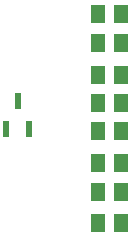
<source format=gtp>
G75*
G70*
%OFA0B0*%
%FSLAX24Y24*%
%IPPOS*%
%LPD*%
%AMOC8*
5,1,8,0,0,1.08239X$1,22.5*
%
%ADD10R,0.0220X0.0520*%
%ADD11R,0.0512X0.0591*%
D10*
X016936Y016271D03*
X017676Y016271D03*
X017306Y017211D03*
D11*
X020003Y013119D03*
X020751Y013119D03*
X020751Y014181D03*
X020003Y014181D03*
X020003Y015126D03*
X020751Y015126D03*
X020751Y016189D03*
X020003Y016189D03*
X020003Y017134D03*
X020751Y017134D03*
X020751Y018079D03*
X020003Y018079D03*
X020003Y019142D03*
X020751Y019142D03*
X020751Y020087D03*
X020003Y020087D03*
M02*

</source>
